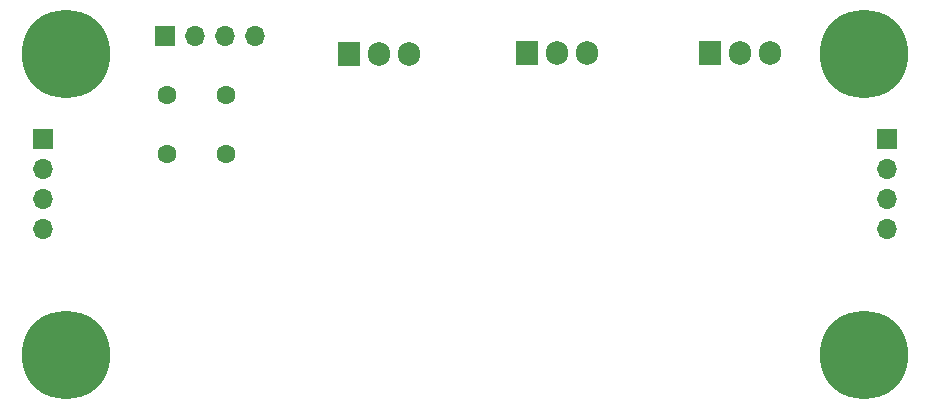
<source format=gbs>
G04 #@! TF.GenerationSoftware,KiCad,Pcbnew,7.0.7*
G04 #@! TF.CreationDate,2023-09-05T10:46:26+02:00*
G04 #@! TF.ProjectId,lt15t3,6c743135-7433-42e6-9b69-6361645f7063,rev?*
G04 #@! TF.SameCoordinates,Original*
G04 #@! TF.FileFunction,Soldermask,Bot*
G04 #@! TF.FilePolarity,Negative*
%FSLAX46Y46*%
G04 Gerber Fmt 4.6, Leading zero omitted, Abs format (unit mm)*
G04 Created by KiCad (PCBNEW 7.0.7) date 2023-09-05 10:46:26*
%MOMM*%
%LPD*%
G01*
G04 APERTURE LIST*
%ADD10C,7.500000*%
%ADD11R,1.700000X1.700000*%
%ADD12O,1.700000X1.700000*%
%ADD13C,1.600000*%
%ADD14R,1.905000X2.000000*%
%ADD15O,1.905000X2.000000*%
G04 APERTURE END LIST*
D10*
G04 #@! TO.C,*
X110500000Y-33000000D03*
G04 #@! TD*
G04 #@! TO.C,*
X110500000Y-58500000D03*
G04 #@! TD*
G04 #@! TO.C,*
X178000000Y-58500000D03*
G04 #@! TD*
G04 #@! TO.C,REF\u002A\u002A*
X178000000Y-33000000D03*
G04 #@! TD*
D11*
G04 #@! TO.C,J1*
X118880000Y-31500000D03*
D12*
X121420000Y-31500000D03*
X123960000Y-31500000D03*
X126500000Y-31500000D03*
G04 #@! TD*
D13*
G04 #@! TO.C,F1*
X124000000Y-36500000D03*
X124000000Y-41500000D03*
G04 #@! TD*
D14*
G04 #@! TO.C,U3*
X149460000Y-32945000D03*
D15*
X152000000Y-32945000D03*
X154540000Y-32945000D03*
G04 #@! TD*
D11*
G04 #@! TO.C,J2*
X180000000Y-40200000D03*
D12*
X180000000Y-42740000D03*
X180000000Y-45280000D03*
X180000000Y-47820000D03*
G04 #@! TD*
D11*
G04 #@! TO.C,J3*
X108500000Y-40200000D03*
D12*
X108500000Y-42740000D03*
X108500000Y-45280000D03*
X108500000Y-47820000D03*
G04 #@! TD*
D13*
G04 #@! TO.C,F2*
X119000000Y-36500000D03*
X119000000Y-41500000D03*
G04 #@! TD*
D14*
G04 #@! TO.C,U4*
X134420000Y-33000000D03*
D15*
X136960000Y-33000000D03*
X139500000Y-33000000D03*
G04 #@! TD*
D14*
G04 #@! TO.C,U5*
X165000000Y-32945000D03*
D15*
X167540000Y-32945000D03*
X170080000Y-32945000D03*
G04 #@! TD*
M02*

</source>
